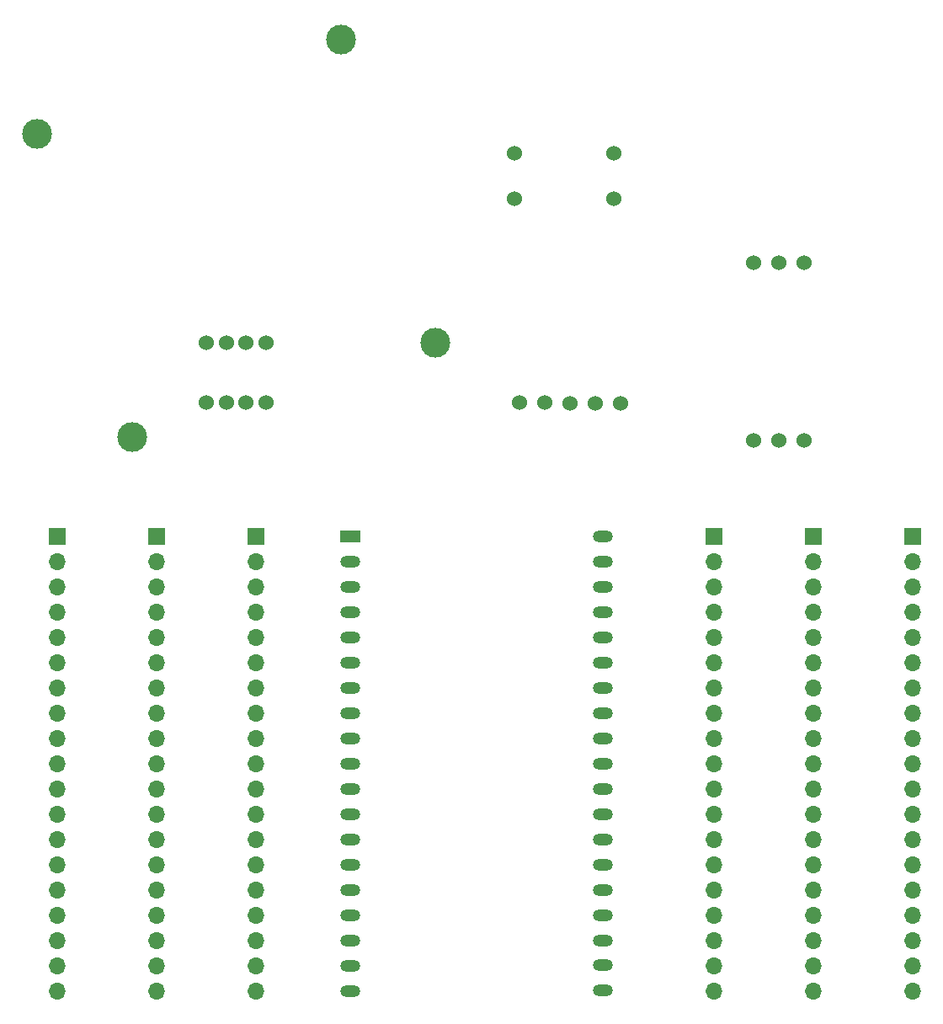
<source format=gbr>
%TF.GenerationSoftware,KiCad,Pcbnew,8.0.1*%
%TF.CreationDate,2024-03-28T18:08:05+03:00*%
%TF.ProjectId,esp32_board,65737033-325f-4626-9f61-72642e6b6963,rev?*%
%TF.SameCoordinates,Original*%
%TF.FileFunction,Copper,L2,Bot*%
%TF.FilePolarity,Positive*%
%FSLAX46Y46*%
G04 Gerber Fmt 4.6, Leading zero omitted, Abs format (unit mm)*
G04 Created by KiCad (PCBNEW 8.0.1) date 2024-03-28 18:08:05*
%MOMM*%
%LPD*%
G01*
G04 APERTURE LIST*
%TA.AperFunction,ComponentPad*%
%ADD10R,2.000000X1.200000*%
%TD*%
%TA.AperFunction,ComponentPad*%
%ADD11O,2.000000X1.200000*%
%TD*%
%TA.AperFunction,ComponentPad*%
%ADD12C,1.524000*%
%TD*%
%TA.AperFunction,ComponentPad*%
%ADD13R,1.700000X1.700000*%
%TD*%
%TA.AperFunction,ComponentPad*%
%ADD14O,1.700000X1.700000*%
%TD*%
%TA.AperFunction,ViaPad*%
%ADD15C,3.000000*%
%TD*%
G04 APERTURE END LIST*
D10*
%TO.P,U1,1,3V3*%
%TO.N,3V3*%
X134500000Y-92440000D03*
D11*
%TO.P,U1,2,CHIP_PU*%
%TO.N,EN*%
X134500000Y-94980000D03*
%TO.P,U1,3,SENSOR_VP/GPIO36/ADC1_CH0*%
%TO.N,SP*%
X134500000Y-97520000D03*
%TO.P,U1,4,SENSOR_VN/GPIO39/ADC1_CH3*%
%TO.N,SN*%
X134500000Y-100060000D03*
%TO.P,U1,5,VDET_1/GPIO34/ADC1_CH6*%
%TO.N,34*%
X134500000Y-102600000D03*
%TO.P,U1,6,VDET_2/GPIO35/ADC1_CH7*%
%TO.N,35*%
X134500000Y-105140000D03*
%TO.P,U1,7,32K_XP/GPIO32/ADC1_CH4*%
%TO.N,32*%
X134500000Y-107680000D03*
%TO.P,U1,8,32K_XN/GPIO33/ADC1_CH5*%
%TO.N,33*%
X134500000Y-110220000D03*
%TO.P,U1,9,DAC_1/ADC2_CH8/GPIO25*%
%TO.N,25*%
X134500000Y-112760000D03*
%TO.P,U1,10,DAC_2/ADC2_CH9/GPIO26*%
%TO.N,26*%
X134500000Y-115300000D03*
%TO.P,U1,11,ADC2_CH7/GPIO27*%
%TO.N,27*%
X134500000Y-117840000D03*
%TO.P,U1,12,MTMS/GPIO14/ADC2_CH6*%
%TO.N,14*%
X134500000Y-120380000D03*
%TO.P,U1,13,MTDI/GPIO12/ADC2_CH5*%
%TO.N,12*%
X134500000Y-122920000D03*
%TO.P,U1,14,GND*%
%TO.N,GND*%
X134500000Y-125460000D03*
%TO.P,U1,15,MTCK/GPIO13/ADC2_CH4*%
%TO.N,13*%
X134500000Y-128000000D03*
%TO.P,U1,16,SD_DATA2/GPIO9*%
%TO.N,SD2*%
X134500000Y-130540000D03*
%TO.P,U1,17,SD_DATA3/GPIO10*%
%TO.N,SD3*%
X134500000Y-133080000D03*
%TO.P,U1,18,CMD*%
%TO.N,CMD*%
X134500000Y-135620000D03*
%TO.P,U1,19,5V*%
%TO.N,V5*%
X134500000Y-138160000D03*
%TO.P,U1,20,SD_CLK/GPIO6*%
%TO.N,CLK*%
X159896320Y-138157280D03*
%TO.P,U1,21,SD_DATA0/GPIO7*%
%TO.N,SD0*%
X159896320Y-135617280D03*
%TO.P,U1,22,SD_DATA1/GPIO8*%
%TO.N,SD1*%
X159900000Y-133080000D03*
%TO.P,U1,23,MTDO/GPIO15/ADC2_CH3*%
%TO.N,15*%
X159900000Y-130540000D03*
%TO.P,U1,24,ADC2_CH2/GPIO2*%
%TO.N,2*%
X159900000Y-128000000D03*
%TO.P,U1,25,GPIO0/BOOT/ADC2_CH1*%
%TO.N,0*%
X159900000Y-125460000D03*
%TO.P,U1,26,ADC2_CH0/GPIO4*%
%TO.N,4*%
X159900000Y-122920000D03*
%TO.P,U1,27,GPIO16*%
%TO.N,16*%
X159900000Y-120380000D03*
%TO.P,U1,28,GPIO17*%
%TO.N,17*%
X159900000Y-117840000D03*
%TO.P,U1,29,GPIO5*%
%TO.N,5*%
X159900000Y-115300000D03*
%TO.P,U1,30,GPIO18*%
%TO.N,18*%
X159900000Y-112760000D03*
%TO.P,U1,31,GPIO19*%
%TO.N,19*%
X159900000Y-110220000D03*
%TO.P,U1,32,GND*%
%TO.N,GND*%
X159900000Y-107680000D03*
%TO.P,U1,33,GPIO21*%
%TO.N,21*%
X159900000Y-105140000D03*
%TO.P,U1,34,U0RXD/GPIO3*%
%TO.N,RX*%
X159900000Y-102600000D03*
%TO.P,U1,35,U0TXD/GPIO1*%
%TO.N,TX*%
X159900000Y-100060000D03*
%TO.P,U1,36,GPIO22*%
%TO.N,22*%
X159900000Y-97520000D03*
%TO.P,U1,37,GPIO23*%
%TO.N,23*%
X159900000Y-94980000D03*
%TO.P,U1,38,GND*%
%TO.N,GND*%
X159900000Y-92440000D03*
%TD*%
D12*
%TO.P,R1,1*%
%TO.N,3V3*%
X151000000Y-53988000D03*
%TO.P,R1,2*%
%TO.N,22*%
X161000000Y-53988000D03*
%TD*%
%TO.P,relay2,1,SIG*%
%TO.N,33*%
X120000000Y-79000000D03*
%TO.P,relay2,2,NC*%
%TO.N,unconnected-(relay2-NC-Pad2)*%
X122000000Y-79000000D03*
%TO.P,relay2,3,VCC*%
%TO.N,V5*%
X124000000Y-79000000D03*
%TO.P,relay2,4,GND*%
%TO.N,GND*%
X126000000Y-79000000D03*
%TD*%
%TO.P,R2,1*%
%TO.N,3V3*%
X151000000Y-58500000D03*
%TO.P,R2,2*%
%TO.N,21*%
X161000000Y-58500000D03*
%TD*%
%TO.P,gps1,1,VCC*%
%TO.N,V5*%
X151500000Y-79000000D03*
%TO.P,gps1,2,GND*%
%TO.N,GND*%
X154040000Y-79000000D03*
%TO.P,gps1,3,TX*%
%TO.N,16*%
X156580000Y-79080000D03*
%TO.P,gps1,4,RX*%
%TO.N,17*%
X159120000Y-79080000D03*
%TO.P,gps1,5,PPS*%
%TO.N,unconnected-(gps1-PPS-Pad5)*%
X161660000Y-79080000D03*
%TD*%
D13*
%TO.P,J5,1,Pin_1*%
%TO.N,GND*%
X171000000Y-92480000D03*
D14*
%TO.P,J5,2,Pin_2*%
%TO.N,23*%
X171000000Y-95020000D03*
%TO.P,J5,3,Pin_3*%
%TO.N,22*%
X171000000Y-97560000D03*
%TO.P,J5,4,Pin_4*%
%TO.N,TX*%
X171000000Y-100100000D03*
%TO.P,J5,5,Pin_5*%
%TO.N,RX*%
X171000000Y-102640000D03*
%TO.P,J5,6,Pin_6*%
%TO.N,21*%
X171000000Y-105180000D03*
%TO.P,J5,7,Pin_7*%
%TO.N,GND*%
X171000000Y-107720000D03*
%TO.P,J5,8,Pin_8*%
%TO.N,19*%
X171000000Y-110260000D03*
%TO.P,J5,9,Pin_9*%
%TO.N,18*%
X171000000Y-112800000D03*
%TO.P,J5,10,Pin_10*%
%TO.N,5*%
X171000000Y-115340000D03*
%TO.P,J5,11,Pin_11*%
%TO.N,17*%
X171000000Y-117880000D03*
%TO.P,J5,12,Pin_12*%
%TO.N,16*%
X171000000Y-120420000D03*
%TO.P,J5,13,Pin_13*%
%TO.N,4*%
X171000000Y-122960000D03*
%TO.P,J5,14,Pin_14*%
%TO.N,0*%
X171000000Y-125500000D03*
%TO.P,J5,15,Pin_15*%
%TO.N,2*%
X171000000Y-128040000D03*
%TO.P,J5,16,Pin_16*%
%TO.N,15*%
X171000000Y-130580000D03*
%TO.P,J5,17,Pin_17*%
%TO.N,SD1*%
X171000000Y-133120000D03*
%TO.P,J5,18,Pin_18*%
%TO.N,SD0*%
X171000000Y-135660000D03*
%TO.P,J5,19,Pin_19*%
%TO.N,CLK*%
X171000000Y-138200000D03*
%TD*%
D12*
%TO.P,compass1,1*%
%TO.N,unconnected-(compass1-Pad1)*%
X175000000Y-82800000D03*
%TO.P,compass1,2,V*%
%TO.N,V5*%
X177540000Y-82800000D03*
%TO.P,compass1,3,G*%
%TO.N,GND*%
X180080000Y-82800000D03*
%TO.P,compass1,4,D*%
%TO.N,21*%
X175000000Y-65000000D03*
%TO.P,compass1,5,C*%
%TO.N,22*%
X177540000Y-65000000D03*
%TO.P,compass1,6*%
%TO.N,unconnected-(compass1-Pad6)*%
X180080000Y-65000000D03*
%TD*%
D13*
%TO.P,J1,1,Pin_1*%
%TO.N,GND*%
X191000000Y-92480000D03*
D14*
%TO.P,J1,2,Pin_2*%
%TO.N,23*%
X191000000Y-95020000D03*
%TO.P,J1,3,Pin_3*%
%TO.N,22*%
X191000000Y-97560000D03*
%TO.P,J1,4,Pin_4*%
%TO.N,TX*%
X191000000Y-100100000D03*
%TO.P,J1,5,Pin_5*%
%TO.N,RX*%
X191000000Y-102640000D03*
%TO.P,J1,6,Pin_6*%
%TO.N,21*%
X191000000Y-105180000D03*
%TO.P,J1,7,Pin_7*%
%TO.N,GND*%
X191000000Y-107720000D03*
%TO.P,J1,8,Pin_8*%
%TO.N,19*%
X191000000Y-110260000D03*
%TO.P,J1,9,Pin_9*%
%TO.N,18*%
X191000000Y-112800000D03*
%TO.P,J1,10,Pin_10*%
%TO.N,5*%
X191000000Y-115340000D03*
%TO.P,J1,11,Pin_11*%
%TO.N,17*%
X191000000Y-117880000D03*
%TO.P,J1,12,Pin_12*%
%TO.N,16*%
X191000000Y-120420000D03*
%TO.P,J1,13,Pin_13*%
%TO.N,4*%
X191000000Y-122960000D03*
%TO.P,J1,14,Pin_14*%
%TO.N,0*%
X191000000Y-125500000D03*
%TO.P,J1,15,Pin_15*%
%TO.N,2*%
X191000000Y-128040000D03*
%TO.P,J1,16,Pin_16*%
%TO.N,15*%
X191000000Y-130580000D03*
%TO.P,J1,17,Pin_17*%
%TO.N,SD1*%
X191000000Y-133120000D03*
%TO.P,J1,18,Pin_18*%
%TO.N,SD0*%
X191000000Y-135660000D03*
%TO.P,J1,19,Pin_19*%
%TO.N,CLK*%
X191000000Y-138200000D03*
%TD*%
D12*
%TO.P,relay1,1,SIG*%
%TO.N,32*%
X120000000Y-73000000D03*
%TO.P,relay1,2,NC*%
%TO.N,unconnected-(relay1-NC-Pad2)*%
X122000000Y-73000000D03*
%TO.P,relay1,3,VCC*%
%TO.N,V5*%
X124000000Y-73000000D03*
%TO.P,relay1,4,GND*%
%TO.N,GND*%
X126000000Y-73000000D03*
%TD*%
D13*
%TO.P,J4,1,Pin_1*%
%TO.N,3V3*%
X115000000Y-92480000D03*
D14*
%TO.P,J4,2,Pin_2*%
%TO.N,EN*%
X115000000Y-95020000D03*
%TO.P,J4,3,Pin_3*%
%TO.N,SP*%
X115000000Y-97560000D03*
%TO.P,J4,4,Pin_4*%
%TO.N,SN*%
X115000000Y-100100000D03*
%TO.P,J4,5,Pin_5*%
%TO.N,34*%
X115000000Y-102640000D03*
%TO.P,J4,6,Pin_6*%
%TO.N,35*%
X115000000Y-105180000D03*
%TO.P,J4,7,Pin_7*%
%TO.N,32*%
X115000000Y-107720000D03*
%TO.P,J4,8,Pin_8*%
%TO.N,33*%
X115000000Y-110260000D03*
%TO.P,J4,9,Pin_9*%
%TO.N,25*%
X115000000Y-112800000D03*
%TO.P,J4,10,Pin_10*%
%TO.N,26*%
X115000000Y-115340000D03*
%TO.P,J4,11,Pin_11*%
%TO.N,27*%
X115000000Y-117880000D03*
%TO.P,J4,12,Pin_12*%
%TO.N,14*%
X115000000Y-120420000D03*
%TO.P,J4,13,Pin_13*%
%TO.N,12*%
X115000000Y-122960000D03*
%TO.P,J4,14,Pin_14*%
%TO.N,GND*%
X115000000Y-125500000D03*
%TO.P,J4,15,Pin_15*%
%TO.N,13*%
X115000000Y-128040000D03*
%TO.P,J4,16,Pin_16*%
%TO.N,SD2*%
X115000000Y-130580000D03*
%TO.P,J4,17,Pin_17*%
%TO.N,SD3*%
X115000000Y-133120000D03*
%TO.P,J4,18,Pin_18*%
%TO.N,CMD*%
X115000000Y-135660000D03*
%TO.P,J4,19,Pin_19*%
%TO.N,V5*%
X115000000Y-138200000D03*
%TD*%
D13*
%TO.P,J3,1,Pin_1*%
%TO.N,3V3*%
X125000000Y-92480000D03*
D14*
%TO.P,J3,2,Pin_2*%
%TO.N,EN*%
X125000000Y-95020000D03*
%TO.P,J3,3,Pin_3*%
%TO.N,SP*%
X125000000Y-97560000D03*
%TO.P,J3,4,Pin_4*%
%TO.N,SN*%
X125000000Y-100100000D03*
%TO.P,J3,5,Pin_5*%
%TO.N,34*%
X125000000Y-102640000D03*
%TO.P,J3,6,Pin_6*%
%TO.N,35*%
X125000000Y-105180000D03*
%TO.P,J3,7,Pin_7*%
%TO.N,32*%
X125000000Y-107720000D03*
%TO.P,J3,8,Pin_8*%
%TO.N,33*%
X125000000Y-110260000D03*
%TO.P,J3,9,Pin_9*%
%TO.N,25*%
X125000000Y-112800000D03*
%TO.P,J3,10,Pin_10*%
%TO.N,26*%
X125000000Y-115340000D03*
%TO.P,J3,11,Pin_11*%
%TO.N,27*%
X125000000Y-117880000D03*
%TO.P,J3,12,Pin_12*%
%TO.N,14*%
X125000000Y-120420000D03*
%TO.P,J3,13,Pin_13*%
%TO.N,12*%
X125000000Y-122960000D03*
%TO.P,J3,14,Pin_14*%
%TO.N,GND*%
X125000000Y-125500000D03*
%TO.P,J3,15,Pin_15*%
%TO.N,13*%
X125000000Y-128040000D03*
%TO.P,J3,16,Pin_16*%
%TO.N,SD2*%
X125000000Y-130580000D03*
%TO.P,J3,17,Pin_17*%
%TO.N,SD3*%
X125000000Y-133120000D03*
%TO.P,J3,18,Pin_18*%
%TO.N,CMD*%
X125000000Y-135660000D03*
%TO.P,J3,19,Pin_19*%
%TO.N,V5*%
X125000000Y-138200000D03*
%TD*%
D13*
%TO.P,J2,1,Pin_1*%
%TO.N,3V3*%
X105000000Y-92480000D03*
D14*
%TO.P,J2,2,Pin_2*%
%TO.N,EN*%
X105000000Y-95020000D03*
%TO.P,J2,3,Pin_3*%
%TO.N,SP*%
X105000000Y-97560000D03*
%TO.P,J2,4,Pin_4*%
%TO.N,SN*%
X105000000Y-100100000D03*
%TO.P,J2,5,Pin_5*%
%TO.N,34*%
X105000000Y-102640000D03*
%TO.P,J2,6,Pin_6*%
%TO.N,35*%
X105000000Y-105180000D03*
%TO.P,J2,7,Pin_7*%
%TO.N,32*%
X105000000Y-107720000D03*
%TO.P,J2,8,Pin_8*%
%TO.N,33*%
X105000000Y-110260000D03*
%TO.P,J2,9,Pin_9*%
%TO.N,25*%
X105000000Y-112800000D03*
%TO.P,J2,10,Pin_10*%
%TO.N,26*%
X105000000Y-115340000D03*
%TO.P,J2,11,Pin_11*%
%TO.N,27*%
X105000000Y-117880000D03*
%TO.P,J2,12,Pin_12*%
%TO.N,14*%
X105000000Y-120420000D03*
%TO.P,J2,13,Pin_13*%
%TO.N,12*%
X105000000Y-122960000D03*
%TO.P,J2,14,Pin_14*%
%TO.N,GND*%
X105000000Y-125500000D03*
%TO.P,J2,15,Pin_15*%
%TO.N,13*%
X105000000Y-128040000D03*
%TO.P,J2,16,Pin_16*%
%TO.N,SD2*%
X105000000Y-130580000D03*
%TO.P,J2,17,Pin_17*%
%TO.N,SD3*%
X105000000Y-133120000D03*
%TO.P,J2,18,Pin_18*%
%TO.N,CMD*%
X105000000Y-135660000D03*
%TO.P,J2,19,Pin_19*%
%TO.N,V5*%
X105000000Y-138200000D03*
%TD*%
D13*
%TO.P,J6,1,Pin_1*%
%TO.N,GND*%
X181000000Y-92480000D03*
D14*
%TO.P,J6,2,Pin_2*%
%TO.N,23*%
X181000000Y-95020000D03*
%TO.P,J6,3,Pin_3*%
%TO.N,22*%
X181000000Y-97560000D03*
%TO.P,J6,4,Pin_4*%
%TO.N,TX*%
X181000000Y-100100000D03*
%TO.P,J6,5,Pin_5*%
%TO.N,RX*%
X181000000Y-102640000D03*
%TO.P,J6,6,Pin_6*%
%TO.N,21*%
X181000000Y-105180000D03*
%TO.P,J6,7,Pin_7*%
%TO.N,GND*%
X181000000Y-107720000D03*
%TO.P,J6,8,Pin_8*%
%TO.N,19*%
X181000000Y-110260000D03*
%TO.P,J6,9,Pin_9*%
%TO.N,18*%
X181000000Y-112800000D03*
%TO.P,J6,10,Pin_10*%
%TO.N,5*%
X181000000Y-115340000D03*
%TO.P,J6,11,Pin_11*%
%TO.N,17*%
X181000000Y-117880000D03*
%TO.P,J6,12,Pin_12*%
%TO.N,16*%
X181000000Y-120420000D03*
%TO.P,J6,13,Pin_13*%
%TO.N,4*%
X181000000Y-122960000D03*
%TO.P,J6,14,Pin_14*%
%TO.N,0*%
X181000000Y-125500000D03*
%TO.P,J6,15,Pin_15*%
%TO.N,2*%
X181000000Y-128040000D03*
%TO.P,J6,16,Pin_16*%
%TO.N,15*%
X181000000Y-130580000D03*
%TO.P,J6,17,Pin_17*%
%TO.N,SD1*%
X181000000Y-133120000D03*
%TO.P,J6,18,Pin_18*%
%TO.N,SD0*%
X181000000Y-135660000D03*
%TO.P,J6,19,Pin_19*%
%TO.N,CLK*%
X181000000Y-138200000D03*
%TD*%
D15*
%TO.N,*%
X103000000Y-52000000D03*
X133500000Y-42500000D03*
X143000000Y-73000000D03*
X112500000Y-82500000D03*
%TD*%
M02*

</source>
